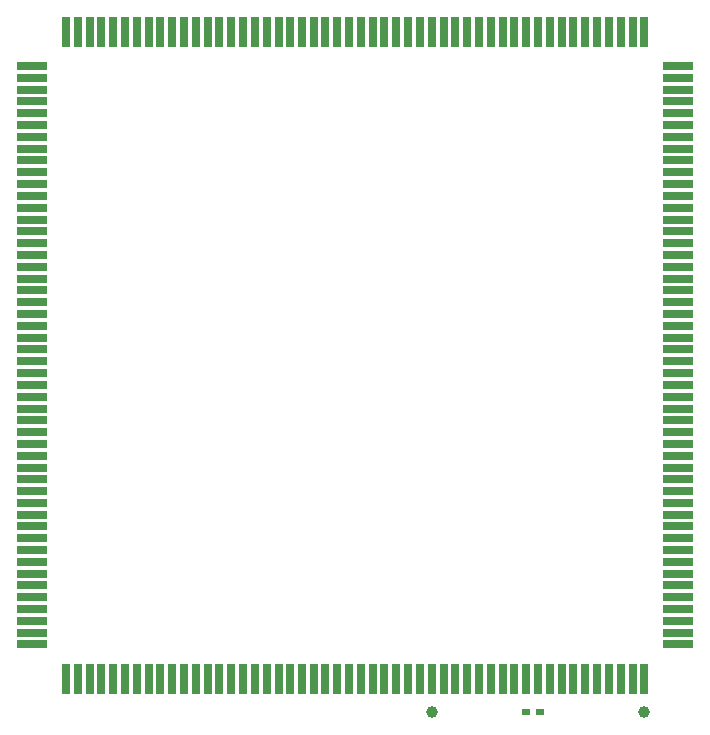
<source format=gtp>
%FSTAX23Y23*%
%MOIN*%
%SFA1B1*%

%IPPOS*%
%ADD13R,0.098430X0.027560*%
%ADD14R,0.027560X0.098430*%
%ADD15C,0.039370*%
%ADD16R,0.031500X0.023620*%
%LNmod_duo_x_g3399-1*%
%LPD*%
G54D13*
X-00889Y-00275D03*
Y-00236D03*
Y-00196D03*
Y-00157D03*
Y-00118D03*
Y-00078D03*
Y-00039D03*
Y0D03*
Y00039D03*
Y00078D03*
Y00118D03*
Y00157D03*
Y00196D03*
Y00236D03*
Y00275D03*
Y00314D03*
Y00354D03*
Y00393D03*
Y00433D03*
Y00472D03*
Y00511D03*
Y00551D03*
Y0059D03*
Y00629D03*
Y00669D03*
Y00708D03*
Y00747D03*
Y00787D03*
Y00826D03*
Y00866D03*
Y00905D03*
Y00944D03*
Y00984D03*
Y01023D03*
Y01062D03*
Y01102D03*
Y01141D03*
Y01181D03*
Y0122D03*
Y01259D03*
Y01299D03*
Y01338D03*
Y01377D03*
Y01417D03*
Y01456D03*
Y01496D03*
Y01535D03*
Y01574D03*
Y01614D03*
X01267Y01653D03*
Y01614D03*
Y01574D03*
Y01535D03*
Y01496D03*
Y01456D03*
Y01417D03*
Y01377D03*
Y01338D03*
Y01299D03*
Y01259D03*
Y0122D03*
Y01181D03*
Y01141D03*
Y01102D03*
Y01062D03*
Y01023D03*
Y00984D03*
Y00944D03*
Y00905D03*
Y00866D03*
Y00826D03*
Y00787D03*
Y00747D03*
Y00708D03*
Y00669D03*
Y00629D03*
Y0059D03*
Y00551D03*
Y00511D03*
Y00472D03*
Y00433D03*
Y00393D03*
Y00354D03*
Y00314D03*
Y00275D03*
Y00236D03*
Y00196D03*
Y00157D03*
Y00118D03*
Y00078D03*
Y00039D03*
Y0D03*
Y-00039D03*
Y-00078D03*
Y-00118D03*
Y-00157D03*
Y-00196D03*
Y-00236D03*
Y-00275D03*
X-00889Y01653D03*
G54D14*
X01153Y01767D03*
X-00775Y-00389D03*
X-00735D03*
X-00696D03*
X-00657D03*
X-00617D03*
X-00578D03*
X-00539D03*
X-00499D03*
X-0046D03*
X-0042D03*
X-00381D03*
X-00342D03*
X-00302D03*
X-00263D03*
X-00224D03*
X-00184D03*
X-00145D03*
X-00106D03*
X-00066D03*
X-00027D03*
X00012D03*
X00051D03*
X0009D03*
X0013D03*
X00169D03*
X00208D03*
X00248D03*
X00287D03*
X00327D03*
X00366D03*
X00405D03*
X00445D03*
X00484D03*
X00523D03*
X00563D03*
X00602D03*
X00642D03*
X00681D03*
X0072D03*
X0076D03*
X00799D03*
X00838D03*
X00878D03*
X00917D03*
X00956D03*
X00996D03*
X01035D03*
X01075D03*
X01114D03*
X01153D03*
X01114Y01767D03*
X01075D03*
X01035D03*
X00996D03*
X00956D03*
X00917D03*
X00878D03*
X00838D03*
X00799D03*
X0076D03*
X0072D03*
X00681D03*
X00642D03*
X00602D03*
X00563D03*
X00523D03*
X00484D03*
X00445D03*
X00405D03*
X00366D03*
X00327D03*
X00287D03*
X00248D03*
X00208D03*
X00169D03*
X0013D03*
X0009D03*
X00051D03*
X00012D03*
X-00027D03*
X-00066D03*
X-00106D03*
X-00145D03*
X-00184D03*
X-00224D03*
X-00263D03*
X-00302D03*
X-00342D03*
X-00381D03*
X-0042D03*
X-0046D03*
X-00499D03*
X-00539D03*
X-00578D03*
X-00617D03*
X-00657D03*
X-00696D03*
X-00735D03*
X-00775D03*
G54D15*
X01153Y-00499D03*
X00445D03*
G54D16*
X00806Y-00499D03*
X00759D03*
M02*
</source>
